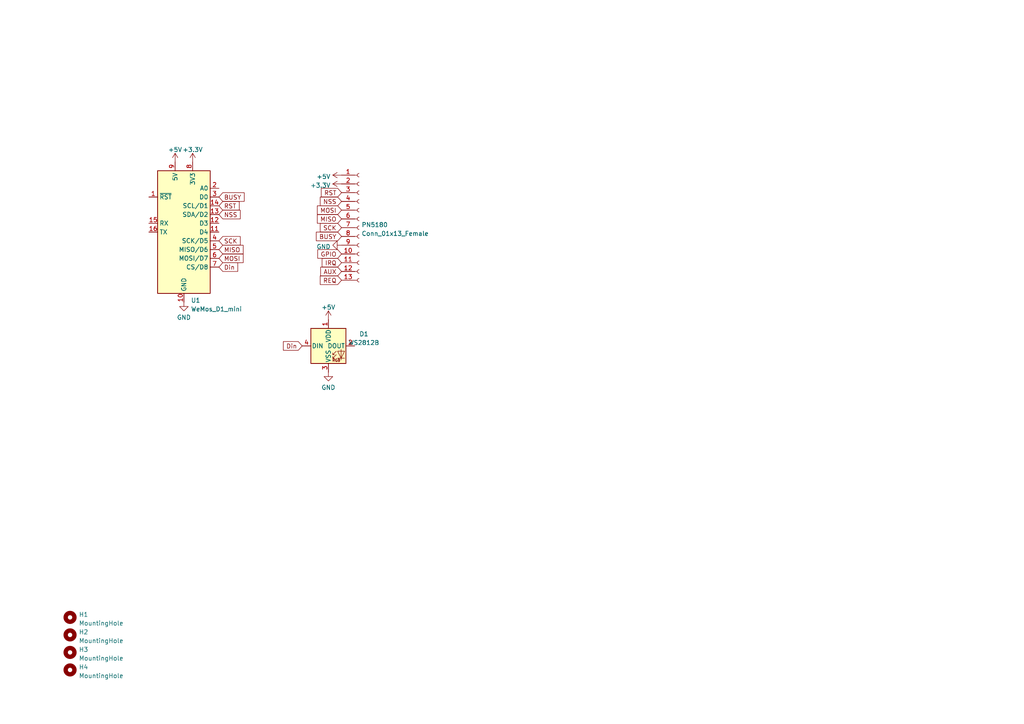
<source format=kicad_sch>
(kicad_sch (version 20211123) (generator eeschema)
  (paper "A4")
  (lib_symbols
    (symbol "Connector:Conn_01x13_Female" (pin_names (offset 1.016) hide)
      (property "Reference" "J" (at 0 17.78 0))
      (property "Value" "Conn_01x13_Female" (at 0 -17.78 0))
      (symbol "Conn_01x13_Female_1_1"
        (arc (start 0 -14.732) (mid -0.508 -15.24) (end 0 -15.748) (stroke (width 0.1524)))
        (arc (start 0 -12.192) (mid -0.508 -12.7) (end 0 -13.208) (stroke (width 0.1524)))
        (arc (start 0 -9.652) (mid -0.508 -10.16) (end 0 -10.668) (stroke (width 0.1524)))
        (arc (start 0 -7.112) (mid -0.508 -7.62) (end 0 -8.128) (stroke (width 0.1524)))
        (arc (start 0 -4.572) (mid -0.508 -5.08) (end 0 -5.588) (stroke (width 0.1524)))
        (arc (start 0 -2.032) (mid -0.508 -2.54) (end 0 -3.048) (stroke (width 0.1524)))
        (polyline (pts (xy -1.27 -15.24) (xy -0.508 -15.24)) (stroke (width 0.1524)))
        (polyline (pts (xy -1.27 -12.7) (xy -0.508 -12.7)) (stroke (width 0.1524)))
        (polyline (pts (xy -1.27 -10.16) (xy -0.508 -10.16)) (stroke (width 0.1524)))
        (polyline (pts (xy -1.27 -7.62) (xy -0.508 -7.62)) (stroke (width 0.1524)))
        (polyline (pts (xy -1.27 -5.08) (xy -0.508 -5.08)) (stroke (width 0.1524)))
        (polyline (pts (xy -1.27 -2.54) (xy -0.508 -2.54)) (stroke (width 0.1524)))
        (polyline (pts (xy -1.27 0) (xy -0.508 0)) (stroke (width 0.1524)))
        (polyline (pts (xy -1.27 2.54) (xy -0.508 2.54)) (stroke (width 0.1524)))
        (polyline (pts (xy -1.27 5.08) (xy -0.508 5.08)) (stroke (width 0.1524)))
        (polyline (pts (xy -1.27 7.62) (xy -0.508 7.62)) (stroke (width 0.1524)))
        (polyline (pts (xy -1.27 10.16) (xy -0.508 10.16)) (stroke (width 0.1524)))
        (polyline (pts (xy -1.27 12.7) (xy -0.508 12.7)) (stroke (width 0.1524)))
        (polyline (pts (xy -1.27 15.24) (xy -0.508 15.24)) (stroke (width 0.1524)))
        (arc (start 0 0.508) (mid -0.508 0) (end 0 -0.508) (stroke (width 0.1524)))
        (arc (start 0 3.048) (mid -0.508 2.54) (end 0 2.032) (stroke (width 0.1524)))
        (arc (start 0 5.588) (mid -0.508 5.08) (end 0 4.572) (stroke (width 0.1524)))
        (arc (start 0 8.128) (mid -0.508 7.62) (end 0 7.112) (stroke (width 0.1524)))
        (arc (start 0 10.668) (mid -0.508 10.16) (end 0 9.652) (stroke (width 0.1524)))
        (arc (start 0 13.208) (mid -0.508 12.7) (end 0 12.192) (stroke (width 0.1524)))
        (arc (start 0 15.748) (mid -0.508 15.24) (end 0 14.732) (stroke (width 0.1524)))
        (pin passive line (at -5.08 15.24 0) (length 3.81) (name "Pin_1") (number "1"))
        (pin passive line (at -5.08 -7.62 0) (length 3.81) (name "Pin_10") (number "10"))
        (pin passive line (at -5.08 -10.16 0) (length 3.81) (name "Pin_11") (number "11"))
        (pin passive line (at -5.08 -12.7 0) (length 3.81) (name "Pin_12") (number "12"))
        (pin passive line (at -5.08 -15.24 0) (length 3.81) (name "Pin_13") (number "13"))
        (pin passive line (at -5.08 12.7 0) (length 3.81) (name "Pin_2") (number "2"))
        (pin passive line (at -5.08 10.16 0) (length 3.81) (name "Pin_3") (number "3"))
        (pin passive line (at -5.08 7.62 0) (length 3.81) (name "Pin_4") (number "4"))
        (pin passive line (at -5.08 5.08 0) (length 3.81) (name "Pin_5") (number "5"))
        (pin passive line (at -5.08 2.54 0) (length 3.81) (name "Pin_6") (number "6"))
        (pin passive line (at -5.08 0 0) (length 3.81) (name "Pin_7") (number "7"))
        (pin passive line (at -5.08 -2.54 0) (length 3.81) (name "Pin_8") (number "8"))
        (pin passive line (at -5.08 -5.08 0) (length 3.81) (name "Pin_9") (number "9"))
      )
    )
    (symbol "LED:WS2812B" (pin_names (offset 0.254))
      (property "Reference" "D" (at 5.08 5.715 0))
      (property "Value" "WS2812B" (at 1.27 -5.715 0))
      (symbol "WS2812B_0_0"
        (text "RGB" (at 2.286 -4.191 0) (effects (font (size 0.762 0.762))))
      )
      (symbol "WS2812B_0_1"
        (polyline (pts (xy 1.27 -3.556) (xy 1.778 -3.556)))
        (polyline (pts (xy 1.27 -2.54) (xy 1.778 -2.54)))
        (polyline (pts (xy 4.699 -3.556) (xy 2.667 -3.556)))
        (polyline (pts (xy 2.286 -2.54) (xy 1.27 -3.556) (xy 1.27 -3.048)))
        (polyline (pts (xy 2.286 -1.524) (xy 1.27 -2.54) (xy 1.27 -2.032)))
        (polyline (pts (xy 3.683 -1.016) (xy 3.683 -3.556) (xy 3.683 -4.064)))
        (polyline (pts (xy 4.699 -1.524) (xy 2.667 -1.524) (xy 3.683 -3.556) (xy 4.699 -1.524)))
        (rectangle (start 5.08 5.08) (end -5.08 -5.08) (stroke (width 0.254)) (fill (type background)))
      )
      (symbol "WS2812B_1_1"
        (pin power_in line (at 0 7.62 270) (length 2.54) (name "VDD") (number "1"))
        (pin output line (at 7.62 0 180) (length 2.54) (name "DOUT") (number "2"))
        (pin power_in line (at 0 -7.62 90) (length 2.54) (name "VSS") (number "3"))
        (pin input line (at -7.62 0 0) (length 2.54) (name "DIN") (number "4"))
      )
    )
    (symbol "MCU_Module:WeMos_D1_mini"
      (property "Reference" "U" (at 3.81 19.05 0))
      (property "Value" "WeMos_D1_mini" (at 1.27 -19.05 0))
      (symbol "WeMos_D1_mini_1_1"
        (rectangle (start -7.62 17.78) (end 7.62 -17.78) (stroke (width 0.254)) (fill (type background)))
        (pin input line (at -10.16 10.16 0) (length 2.54) (name "~{RST}") (number "1"))
        (pin power_in line (at 0 -20.32 90) (length 2.54) (name "GND") (number "10"))
        (pin bidirectional line (at 10.16 0 180) (length 2.54) (name "D4") (number "11"))
        (pin bidirectional line (at 10.16 2.54 180) (length 2.54) (name "D3") (number "12"))
        (pin bidirectional line (at 10.16 5.08 180) (length 2.54) (name "SDA/D2") (number "13"))
        (pin bidirectional line (at 10.16 7.62 180) (length 2.54) (name "SCL/D1") (number "14"))
        (pin input line (at -10.16 2.54 0) (length 2.54) (name "RX") (number "15"))
        (pin output line (at -10.16 0 0) (length 2.54) (name "TX") (number "16"))
        (pin input line (at 10.16 12.7 180) (length 2.54) (name "A0") (number "2"))
        (pin bidirectional line (at 10.16 10.16 180) (length 2.54) (name "D0") (number "3"))
        (pin bidirectional line (at 10.16 -2.54 180) (length 2.54) (name "SCK/D5") (number "4"))
        (pin bidirectional line (at 10.16 -5.08 180) (length 2.54) (name "MISO/D6") (number "5"))
        (pin bidirectional line (at 10.16 -7.62 180) (length 2.54) (name "MOSI/D7") (number "6"))
        (pin bidirectional line (at 10.16 -10.16 180) (length 2.54) (name "CS/D8") (number "7"))
        (pin power_out line (at 2.54 20.32 270) (length 2.54) (name "3V3") (number "8"))
        (pin power_in line (at -2.54 20.32 270) (length 2.54) (name "5V") (number "9"))
      )
    )
    (symbol "Mechanical:MountingHole" (pin_names (offset 1.016))
      (property "Reference" "H" (at 0 5.08 0))
      (property "Value" "MountingHole" (at 0 3.175 0))
      (symbol "MountingHole_0_1"
        (circle (center 0 0) (radius 1.27) (stroke (width 1.27)))
      )
    )
    (symbol "power:+3.3V" (power) (pin_names (offset 0))
      (property "Value" "+3.3V" (at 0 3.556 0))
      (symbol "+3.3V_0_1"
        (polyline (pts (xy -0.762 1.27) (xy 0 2.54)))
        (polyline (pts (xy 0 0) (xy 0 2.54)))
        (polyline (pts (xy 0 2.54) (xy 0.762 1.27)))
      )
      (symbol "+3.3V_1_1"
        (pin power_in line (at 0 0 90) (length 0) hide (name "+3.3V") (number "1"))
      )
    )
    (symbol "power:+5V" (power) (pin_names (offset 0))
      (property "Value" "+5V" (at 0 3.556 0))
      (symbol "+5V_0_1"
        (polyline (pts (xy -0.762 1.27) (xy 0 2.54)))
        (polyline (pts (xy 0 0) (xy 0 2.54)))
        (polyline (pts (xy 0 2.54) (xy 0.762 1.27)))
      )
      (symbol "+5V_1_1"
        (pin power_in line (at 0 0 90) (length 0) hide (name "+5V") (number "1"))
      )
    )
    (symbol "power:GND" (power) (pin_names (offset 0))
      (property "Value" "GND" (at 0 -3.81 0))
      (symbol "GND_0_1"
        (polyline (pts (xy 0 0) (xy 0 -1.27) (xy 1.27 -1.27) (xy 0 -2.54) (xy -1.27 -1.27) (xy 0 -1.27)))
      )
      (symbol "GND_1_1"
        (pin power_in line (at 0 0 270) (length 0) hide (name "GND") (number "1"))
      )
    )
  )
  (global_label "AUX" (shape input) (at 99.06 78.74 180) (property "Intersheet References" "${INTERSHEET_REFS}" (effects hide)))
  (global_label "MISO" (shape input) (at 63.5 72.39 0) (property "Intersheet References" "${INTERSHEET_REFS}" (effects hide)))
  (global_label "BUSY" (shape input) (at 63.5 57.15 0) (property "Intersheet References" "${INTERSHEET_REFS}" (effects hide)))
  (global_label "NSS" (shape input) (at 63.5 62.23 0) (property "Intersheet References" "${INTERSHEET_REFS}" (effects hide)))
  (global_label "Din" (shape input) (at 63.5 77.47 0) (property "Intersheet References" "${INTERSHEET_REFS}" (effects hide)))
  (global_label "RST" (shape input) (at 99.06 55.88 180) (property "Intersheet References" "${INTERSHEET_REFS}" (effects hide)))
  (global_label "REQ" (shape input) (at 99.06 81.28 180) (property "Intersheet References" "${INTERSHEET_REFS}" (effects hide)))
  (global_label "NSS" (shape input) (at 99.06 58.42 180) (property "Intersheet References" "${INTERSHEET_REFS}" (effects hide)))
  (global_label "MOSI" (shape input) (at 99.06 60.96 180) (property "Intersheet References" "${INTERSHEET_REFS}" (effects hide)))
  (global_label "GPIO" (shape input) (at 99.06 73.66 180) (property "Intersheet References" "${INTERSHEET_REFS}" (effects hide)))
  (global_label "SCK" (shape input) (at 63.5 69.85 0) (property "Intersheet References" "${INTERSHEET_REFS}" (effects hide)))
  (global_label "MOSI" (shape input) (at 63.5 74.93 0) (property "Intersheet References" "${INTERSHEET_REFS}" (effects hide)))
  (global_label "IRQ" (shape input) (at 99.06 76.2 180) (property "Intersheet References" "${INTERSHEET_REFS}" (effects hide)))
  (global_label "MISO" (shape input) (at 99.06 63.5 180) (property "Intersheet References" "${INTERSHEET_REFS}" (effects hide)))
  (global_label "BUSY" (shape input) (at 99.06 68.58 180) (property "Intersheet References" "${INTERSHEET_REFS}" (effects hide)))
  (global_label "Din" (shape input) (at 87.63 100.33 180) (property "Intersheet References" "${INTERSHEET_REFS}" (effects hide)))
  (global_label "SCK" (shape input) (at 99.06 66.04 180) (property "Intersheet References" "${INTERSHEET_REFS}" (effects hide)))
  (global_label "RST" (shape input) (at 63.5 59.69 0) (property "Intersheet References" "${INTERSHEET_REFS}" (effects hide)))
  (symbol (lib_id "power:GND") (at 95.25 107.95 0) (unit 1)
    (property "Reference" "#PWR0102" (effects hide))
    (property "Value" "GND" (at 95.25 112.3934 0))
  )
  (symbol (lib_id "Mechanical:MountingHole") (at 20.32 189.23 0) (unit 1)
    (property "Reference" "H3" (at 22.86 188.3953 0) (effects (justify left)))
    (property "Value" "MountingHole" (at 22.86 190.9322 0) (effects (justify left)))
    (property "Footprint" "MountingHole:MountingHole_3.2mm_M3_DIN965_Pad" (effects hide))
  )
  (symbol (lib_id "power:+3.3V") (at 55.88 46.99 0) (unit 1)
    (property "Reference" "#PWR02" (effects hide))
    (property "Value" "+3.3V" (at 55.88 43.4142 0))
  )
  (symbol (lib_id "Connector:Conn_01x13_Female") (at 104.14 66.04 0) (unit 1)
    (property "Reference" "PN5180" (at 104.8512 65.2053 0) (effects (justify left)))
    (property "Value" "Conn_01x13_Female" (at 104.8512 67.7422 0) (effects (justify left)))
    (property "Footprint" "Connector_PinHeader_2.54mm:PinHeader_1x13_P2.54mm_Vertical" (effects hide))
  )
  (symbol (lib_id "power:GND") (at 99.06 71.12 270) (unit 1)
    (property "Reference" "#PWR05" (effects hide))
    (property "Value" "GND" (at 95.8851 71.5538 90) (effects (justify right)))
  )
  (symbol (lib_id "LED:WS2812B") (at 95.25 100.33 0) (unit 1)
    (property "Reference" "D1" (at 105.5559 96.8716 0))
    (property "Value" "WS2812B" (at 105.5559 99.4085 0))
    (property "Footprint" "LED_SMD:LED_WS2812B_PLCC4_5.0x5.0mm_P3.2mm" (effects hide))
    (property "Datasheet" "https://cdn-shop.adafruit.com/datasheets/WS2812B.pdf" (effects hide))
  )
  (symbol (lib_id "MCU_Module:WeMos_D1_mini") (at 53.34 67.31 0) (unit 1)
    (property "Reference" "U1" (at 55.3594 87.1204 0) (effects (justify left)))
    (property "Value" "WeMos_D1_mini" (at 55.3594 89.6573 0) (effects (justify left)))
    (property "Footprint" "Module:WEMOS_D1_mini_light" (effects hide))
    (property "Datasheet" "https://wiki.wemos.cc/products:d1:d1_mini#documentation" (effects hide))
  )
  (symbol (lib_id "power:+5V") (at 99.06 50.8 90) (unit 1)
    (property "Reference" "#PWR03" (effects hide))
    (property "Value" "+5V" (at 95.8851 51.2338 90) (effects (justify left)))
  )
  (symbol (lib_id "Mechanical:MountingHole") (at 20.32 194.31 0) (unit 1)
    (property "Reference" "H4" (at 22.86 193.4753 0) (effects (justify left)))
    (property "Value" "MountingHole" (at 22.86 196.0122 0) (effects (justify left)))
    (property "Footprint" "MountingHole:MountingHole_3.2mm_M3_DIN965_Pad" (effects hide))
  )
  (symbol (lib_id "power:+3.3V") (at 99.06 53.34 90) (unit 1)
    (property "Reference" "#PWR04" (effects hide))
    (property "Value" "+3.3V" (at 95.885 53.7738 90) (effects (justify left)))
  )
  (symbol (lib_id "power:GND") (at 53.34 87.63 0) (unit 1)
    (property "Reference" "#PWR06" (effects hide))
    (property "Value" "GND" (at 53.34 92.0734 0))
  )
  (symbol (lib_id "power:+5V") (at 95.25 92.71 0) (unit 1)
    (property "Reference" "#PWR0101" (effects hide))
    (property "Value" "+5V" (at 95.25 89.1342 0))
  )
  (symbol (lib_id "Mechanical:MountingHole") (at 20.32 184.15 0) (unit 1)
    (property "Reference" "H2" (at 22.86 183.3153 0) (effects (justify left)))
    (property "Value" "MountingHole" (at 22.86 185.8522 0) (effects (justify left)))
    (property "Footprint" "MountingHole:MountingHole_3.2mm_M3_DIN965_Pad" (effects hide))
  )
  (symbol (lib_id "Mechanical:MountingHole") (at 20.32 179.07 0) (unit 1)
    (property "Reference" "H1" (at 22.86 178.2353 0) (effects (justify left)))
    (property "Value" "MountingHole" (at 22.86 180.7722 0) (effects (justify left)))
    (property "Footprint" "MountingHole:MountingHole_3.2mm_M3_DIN965_Pad" (effects hide))
  )
  (symbol (lib_id "power:+5V") (at 50.8 46.99 0) (unit 1)
    (property "Reference" "#PWR01" (effects hide))
    (property "Value" "+5V" (at 50.8 43.4142 0))
  )
)
</source>
